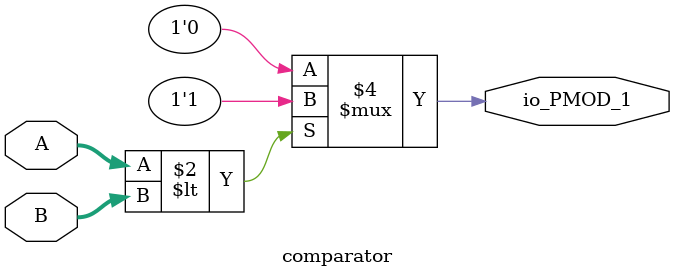
<source format=v>
`timescale 1ns / 1ps

module comparator (
	input [19:0] A,
	input [19:0] B,
	output reg io_PMOD_1//PWM
);

    // Run when A or B change
	always @ (A,B)
	begin
	// If A is less than B
	// output is 1.
	if (A < B)
		begin
		io_PMOD_1 <= 1'b1;//PWM <= 1'b1;
		end
	// If A is greater than B
	// output is 0.
	else 
		begin
		io_PMOD_1 <= 1'b0;//PWM <= 1'b0;
		end
	end
endmodule
</source>
